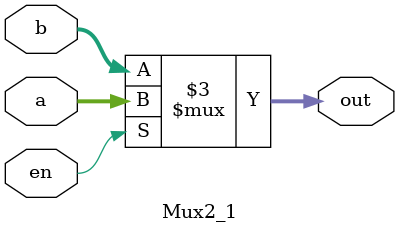
<source format=sv>
module Mux2_1 #(parameter WIDTH = 32) (
    input  [WIDTH-1:0] a,    
    input  [WIDTH-1:0] b,    
    input              en,  
    output reg [WIDTH-1:0] out  
);

    always_comb begin : Mux2to1
        case(en)
            1'b1:    out = a;    
            default: out = b;    
        endcase
    end

endmodule

</source>
